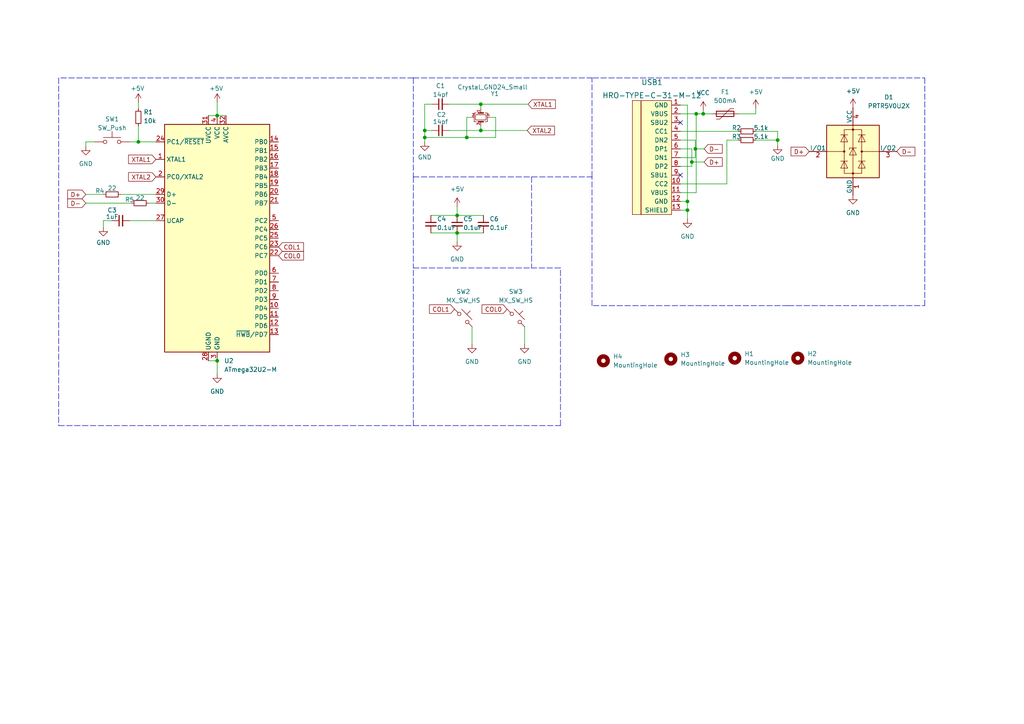
<source format=kicad_sch>
(kicad_sch (version 20211123) (generator eeschema)
  (paper "A4")
  (lib_symbols
    (symbol "Device:C_Small" (pin_numbers hide) (pin_names (offset 0.254) hide)
      (property "Reference" "C" (at 0.254 1.778 0))
      (property "Value" "C_Small" (at 0.254 -2.032 0))
      (symbol "C_Small_0_1"
        (polyline (pts (xy -1.524 -0.508) (xy 1.524 -0.508)) (stroke (width 0.3302)))
        (polyline (pts (xy -1.524 0.508) (xy 1.524 0.508)) (stroke (width 0.3048)))
      )
      (symbol "C_Small_1_1"
        (pin passive line (at 0 2.54 270) (length 2.032) (name "~") (number "1"))
        (pin passive line (at 0 -2.54 90) (length 2.032) (name "~") (number "2"))
      )
    )
    (symbol "Device:Crystal_GND24_Small" (pin_names (offset 1.016) hide)
      (property "Reference" "Y" (at 1.27 4.445 0))
      (property "Value" "Crystal_GND24_Small" (at 1.27 2.54 0))
      (symbol "Crystal_GND24_Small_0_1"
        (rectangle (start -0.762 -1.524) (end 0.762 1.524))
        (polyline (pts (xy -1.27 -0.762) (xy -1.27 0.762)) (stroke (width 0.381)))
        (polyline (pts (xy 1.27 -0.762) (xy 1.27 0.762)) (stroke (width 0.381)))
        (polyline (pts (xy -1.27 -1.27) (xy -1.27 -1.905) (xy 1.27 -1.905) (xy 1.27 -1.27)))
        (polyline (pts (xy -1.27 1.27) (xy -1.27 1.905) (xy 1.27 1.905) (xy 1.27 1.27)))
      )
      (symbol "Crystal_GND24_Small_1_1"
        (pin passive line (at -2.54 0 0) (length 1.27) (name "1") (number "1"))
        (pin passive line (at 0 -2.54 90) (length 0.635) (name "2") (number "2"))
        (pin passive line (at 2.54 0 180) (length 1.27) (name "3") (number "3"))
        (pin passive line (at 0 2.54 270) (length 0.635) (name "4") (number "4"))
      )
    )
    (symbol "Device:Polyfuse" (pin_numbers hide) (pin_names (offset 0))
      (property "Reference" "F" (at -2.54 0 90))
      (property "Value" "Polyfuse" (at 2.54 0 90))
      (symbol "Polyfuse_0_1"
        (rectangle (start -0.762 2.54) (end 0.762 -2.54) (stroke (width 0.254)))
        (polyline (pts (xy 0 2.54) (xy 0 -2.54)))
        (polyline (pts (xy -1.524 2.54) (xy -1.524 1.524) (xy 1.524 -1.524) (xy 1.524 -2.54)))
      )
      (symbol "Polyfuse_1_1"
        (pin passive line (at 0 3.81 270) (length 1.27) (name "~") (number "1"))
        (pin passive line (at 0 -3.81 90) (length 1.27) (name "~") (number "2"))
      )
    )
    (symbol "Device:R_Small" (pin_numbers hide) (pin_names (offset 0.254) hide)
      (property "Reference" "R" (at 0.762 0.508 0))
      (property "Value" "R_Small" (at 0.762 -1.016 0))
      (symbol "R_Small_0_1"
        (rectangle (start -0.762 1.778) (end 0.762 -1.778) (stroke (width 0.2032)))
      )
      (symbol "R_Small_1_1"
        (pin passive line (at 0 2.54 270) (length 0.762) (name "~") (number "1"))
        (pin passive line (at 0 -2.54 90) (length 0.762) (name "~") (number "2"))
      )
    )
    (symbol "MCU_Microchip_ATmega:ATmega32U2-M"
      (property "Reference" "U" (at -15.24 34.29 0))
      (property "Value" "ATmega32U2-M" (at 2.54 -34.29 0))
      (symbol "ATmega32U2-M_0_1"
        (rectangle (start -15.24 -33.02) (end 15.24 33.02) (stroke (width 0.254)) (fill (type background)))
      )
      (symbol "ATmega32U2-M_1_1"
        (pin input line (at -17.78 22.86 0) (length 2.54) (name "XTAL1") (number "1"))
        (pin bidirectional line (at 17.78 -20.32 180) (length 2.54) (name "PD4") (number "10"))
        (pin bidirectional line (at 17.78 -22.86 180) (length 2.54) (name "PD5") (number "11"))
        (pin bidirectional line (at 17.78 -25.4 180) (length 2.54) (name "PD6") (number "12"))
        (pin bidirectional line (at 17.78 -27.94 180) (length 2.54) (name "~{HWB}/PD7") (number "13"))
        (pin bidirectional line (at 17.78 27.94 180) (length 2.54) (name "PB0") (number "14"))
        (pin bidirectional line (at 17.78 25.4 180) (length 2.54) (name "PB1") (number "15"))
        (pin bidirectional line (at 17.78 22.86 180) (length 2.54) (name "PB2") (number "16"))
        (pin bidirectional line (at 17.78 20.32 180) (length 2.54) (name "PB3") (number "17"))
        (pin bidirectional line (at 17.78 17.78 180) (length 2.54) (name "PB4") (number "18"))
        (pin bidirectional line (at 17.78 15.24 180) (length 2.54) (name "PB5") (number "19"))
        (pin bidirectional line (at -17.78 17.78 0) (length 2.54) (name "PC0/XTAL2") (number "2"))
        (pin bidirectional line (at 17.78 12.7 180) (length 2.54) (name "PB6") (number "20"))
        (pin bidirectional line (at 17.78 10.16 180) (length 2.54) (name "PB7") (number "21"))
        (pin bidirectional line (at 17.78 -5.08 180) (length 2.54) (name "PC7") (number "22"))
        (pin bidirectional line (at 17.78 -2.54 180) (length 2.54) (name "PC6") (number "23"))
        (pin bidirectional line (at -17.78 27.94 0) (length 2.54) (name "PC1/~{RESET}") (number "24"))
        (pin bidirectional line (at 17.78 0 180) (length 2.54) (name "PC5") (number "25"))
        (pin bidirectional line (at 17.78 2.54 180) (length 2.54) (name "PC4") (number "26"))
        (pin passive line (at -17.78 5.08 0) (length 2.54) (name "UCAP") (number "27"))
        (pin power_in line (at -2.54 -35.56 90) (length 2.54) (name "UGND") (number "28"))
        (pin bidirectional line (at -17.78 12.7 0) (length 2.54) (name "D+") (number "29"))
        (pin power_in line (at 0 -35.56 90) (length 2.54) (name "GND") (number "3"))
        (pin bidirectional line (at -17.78 10.16 0) (length 2.54) (name "D-") (number "30"))
        (pin power_in line (at -2.54 35.56 270) (length 2.54) (name "UVCC") (number "31"))
        (pin power_in line (at 2.54 35.56 270) (length 2.54) (name "AVCC") (number "32"))
        (pin passive line (at 0 -35.56 90) (length 2.54) hide (name "GND") (number "33"))
        (pin power_in line (at 0 35.56 270) (length 2.54) (name "VCC") (number "4"))
        (pin bidirectional line (at 17.78 5.08 180) (length 2.54) (name "PC2") (number "5"))
        (pin bidirectional line (at 17.78 -10.16 180) (length 2.54) (name "PD0") (number "6"))
        (pin bidirectional line (at 17.78 -12.7 180) (length 2.54) (name "PD1") (number "7"))
        (pin bidirectional line (at 17.78 -15.24 180) (length 2.54) (name "PD2") (number "8"))
        (pin bidirectional line (at 17.78 -17.78 180) (length 2.54) (name "PD3") (number "9"))
      )
    )
    (symbol "Mechanical:MountingHole" (pin_names (offset 1.016))
      (property "Reference" "H" (at 0 5.08 0))
      (property "Value" "MountingHole" (at 0 3.175 0))
      (symbol "MountingHole_0_1"
        (circle (center 0 0) (radius 1.27) (stroke (width 1.27)))
      )
    )
    (symbol "Power_Protection:PRTR5V0U2X" (pin_names (offset 0))
      (property "Reference" "D" (at 2.794 8.636 0))
      (property "Value" "PRTR5V0U2X" (at 8.128 -9.398 0))
      (symbol "PRTR5V0U2X_0_1"
        (rectangle (start -7.62 -7.62) (end 7.62 7.62) (stroke (width 0.254)) (fill (type background)))
        (circle (center -2.54 0) (radius 0.254) (fill (type outline)))
        (rectangle (start -2.54 6.35) (end 2.54 -6.35))
        (circle (center 0 -6.35) (radius 0.254) (fill (type outline)))
        (polyline (pts (xy -2.54 0) (xy -7.62 0)))
        (polyline (pts (xy -1.524 -2.794) (xy -3.556 -2.794)))
        (polyline (pts (xy -1.524 4.826) (xy -3.556 4.826)))
        (polyline (pts (xy 0 -7.62) (xy 0 7.62)))
        (polyline (pts (xy 1.524 -2.794) (xy 3.556 -2.794)))
        (polyline (pts (xy 1.524 4.826) (xy 3.556 4.826)))
        (polyline (pts (xy 2.54 0) (xy 7.62 0)))
        (polyline (pts (xy 1.016 1.016) (xy -1.016 1.016) (xy -1.016 0.508)))
        (polyline (pts (xy -3.556 -4.826) (xy -1.524 -4.826) (xy -2.54 -2.794) (xy -3.556 -4.826)))
        (polyline (pts (xy -3.556 2.794) (xy -1.524 2.794) (xy -2.54 4.826) (xy -3.556 2.794)))
        (polyline (pts (xy -1.016 -1.016) (xy 1.016 -1.016) (xy 0 1.016) (xy -1.016 -1.016)))
        (polyline (pts (xy 3.556 -4.826) (xy 1.524 -4.826) (xy 2.54 -2.794) (xy 3.556 -4.826)))
        (polyline (pts (xy 3.556 2.794) (xy 1.524 2.794) (xy 2.54 4.826) (xy 3.556 2.794)))
        (circle (center 0 6.35) (radius 0.254) (fill (type outline)))
        (circle (center 2.54 0) (radius 0.254) (fill (type outline)))
      )
      (symbol "PRTR5V0U2X_1_1"
        (pin passive line (at 0 -12.7 90) (length 5.08) (name "GND") (number "1"))
        (pin passive line (at -12.7 0 0) (length 5.08) (name "I/O1") (number "2"))
        (pin passive line (at 12.7 0 180) (length 5.08) (name "I/O2") (number "3"))
        (pin passive line (at 0 12.7 270) (length 5.08) (name "VCC") (number "4"))
      )
    )
    (symbol "Switch:SW_Push" (pin_numbers hide) (pin_names (offset 1.016) hide)
      (property "Reference" "SW" (at 1.27 2.54 0))
      (property "Value" "SW_Push" (at 0 -1.524 0))
      (symbol "SW_Push_0_1"
        (circle (center -2.032 0) (radius 0.508))
        (polyline (pts (xy 0 1.27) (xy 0 3.048)))
        (polyline (pts (xy 2.54 1.27) (xy -2.54 1.27)))
        (circle (center 2.032 0) (radius 0.508))
        (pin passive line (at -5.08 0 0) (length 2.54) (name "1") (number "1"))
        (pin passive line (at 5.08 0 180) (length 2.54) (name "2") (number "2"))
      )
    )
    (symbol "Type-C:HRO-TYPE-C-31-M-12" (pin_names (offset 1.016))
      (property "Reference" "USB" (at -5.08 16.51 0))
      (property "Value" "HRO-TYPE-C-31-M-12" (at -10.16 -1.27 90))
      (symbol "HRO-TYPE-C-31-M-12_0_1"
        (rectangle (start -11.43 15.24) (end -8.89 -17.78) (fill (type background)))
        (rectangle (start 0 -17.78) (end -8.89 15.24) (fill (type background)))
      )
      (symbol "HRO-TYPE-C-31-M-12_1_1"
        (pin input line (at 2.54 13.97 180) (length 2.54) (name "GND") (number "1"))
        (pin input line (at 2.54 -8.89 180) (length 2.54) (name "CC2") (number "10"))
        (pin input line (at 2.54 -11.43 180) (length 2.54) (name "VBUS") (number "11"))
        (pin input line (at 2.54 -13.97 180) (length 2.54) (name "GND") (number "12"))
        (pin input line (at 2.54 -16.51 180) (length 2.54) (name "SHIELD") (number "13"))
        (pin input line (at 2.54 11.43 180) (length 2.54) (name "VBUS") (number "2"))
        (pin input line (at 2.54 8.89 180) (length 2.54) (name "SBU2") (number "3"))
        (pin input line (at 2.54 6.35 180) (length 2.54) (name "CC1") (number "4"))
        (pin input line (at 2.54 3.81 180) (length 2.54) (name "DN2") (number "5"))
        (pin input line (at 2.54 1.27 180) (length 2.54) (name "DP1") (number "6"))
        (pin input line (at 2.54 -1.27 180) (length 2.54) (name "DN1") (number "7"))
        (pin input line (at 2.54 -3.81 180) (length 2.54) (name "DP2") (number "8"))
        (pin input line (at 2.54 -6.35 180) (length 2.54) (name "SBU1") (number "9"))
      )
    )
    (symbol "marbastlib-mx:MX_SW_HS" (pin_numbers hide) (pin_names (offset 1.016) hide)
      (property "Reference" "SW" (at 3.048 1.016 0))
      (property "Value" "MX_SW_HS" (at 0 -3.81 0))
      (symbol "MX_SW_HS_0_1"
        (circle (center -1.1684 1.1684) (radius 0.508))
        (polyline (pts (xy -0.508 2.54) (xy 2.54 -0.508)))
        (polyline (pts (xy 1.016 1.016) (xy 2.032 2.032)))
        (polyline (pts (xy -2.54 2.54) (xy -1.524 1.524) (xy -1.524 1.524)))
        (polyline (pts (xy 1.524 -1.524) (xy 2.54 -2.54) (xy 2.54 -2.54) (xy 2.54 -2.54)))
        (circle (center 1.143 -1.1938) (radius 0.508))
        (pin passive line (at -2.54 2.54 0) (length 0) (name "1") (number "1"))
        (pin passive line (at 2.54 -2.54 180) (length 0) (name "2") (number "2"))
      )
    )
    (symbol "power:+5V" (power) (pin_names (offset 0))
      (property "Value" "+5V" (at 0 3.556 0))
      (symbol "+5V_0_1"
        (polyline (pts (xy -0.762 1.27) (xy 0 2.54)))
        (polyline (pts (xy 0 0) (xy 0 2.54)))
        (polyline (pts (xy 0 2.54) (xy 0.762 1.27)))
      )
      (symbol "+5V_1_1"
        (pin power_in line (at 0 0 90) (length 0) hide (name "+5V") (number "1"))
      )
    )
    (symbol "power:GND" (power) (pin_names (offset 0))
      (property "Value" "GND" (at 0 -3.81 0))
      (symbol "GND_0_1"
        (polyline (pts (xy 0 0) (xy 0 -1.27) (xy 1.27 -1.27) (xy 0 -2.54) (xy -1.27 -1.27) (xy 0 -1.27)))
      )
      (symbol "GND_1_1"
        (pin power_in line (at 0 0 270) (length 0) hide (name "GND") (number "1"))
      )
    )
    (symbol "power:VCC" (power) (pin_names (offset 0))
      (property "Value" "VCC" (at 0 3.81 0))
      (symbol "VCC_0_1"
        (polyline (pts (xy -0.762 1.27) (xy 0 2.54)))
        (polyline (pts (xy 0 0) (xy 0 2.54)))
        (polyline (pts (xy 0 2.54) (xy 0.762 1.27)))
      )
      (symbol "VCC_1_1"
        (pin power_in line (at 0 0 90) (length 0) hide (name "VCC") (number "1"))
      )
    )
  )
  (junction (at 199.39 60.96))
  (junction (at 203.962 33.02))
  (junction (at 132.588 67.564))
  (junction (at 199.39 58.42))
  (junction (at 200.66 46.99))
  (junction (at 225.552 40.64))
  (junction (at 62.992 33.528))
  (junction (at 135.382 39.878))
  (junction (at 201.93 33.02))
  (junction (at 123.19 39.878))
  (junction (at 139.446 30.226))
  (junction (at 123.19 37.846))
  (junction (at 139.446 37.846))
  (junction (at 201.676 43.18))
  (junction (at 40.132 41.148))
  (junction (at 132.588 62.484))
  (junction (at 62.992 104.648))
  (no_connect (at 197.358 35.56))
  (no_connect (at 197.358 50.8))
  (wire (pts (xy 197.358 33.02) (xy 201.93 33.02)))
  (wire (pts (xy 123.19 37.846) (xy 123.19 39.878)))
  (polyline (pts (xy 162.56 123.444) (xy 162.56 77.724)))
  (polyline (pts (xy 171.704 88.646) (xy 171.704 51.308)))
  (polyline (pts (xy 162.56 77.724) (xy 154.178 77.724)))
  (wire (pts (xy 201.676 43.18) (xy 201.676 45.72)))
  (wire (pts (xy 199.39 30.48) (xy 199.39 58.42)))
  (wire (pts (xy 124.968 67.564) (xy 132.588 67.564)))
  (wire (pts (xy 197.358 53.34) (xy 210.82 53.34)))
  (wire (pts (xy 123.19 30.226) (xy 123.19 37.846)))
  (wire (pts (xy 219.202 38.1) (xy 225.552 38.1)))
  (wire (pts (xy 203.962 32.004) (xy 203.962 33.02)))
  (polyline (pts (xy 268.224 22.606) (xy 268.224 67.056)))
  (polyline (pts (xy 228.6 22.606) (xy 268.224 22.606)))
  (wire (pts (xy 201.676 45.72) (xy 197.358 45.72)))
  (wire (pts (xy 214.122 33.02) (xy 219.202 33.02)))
  (wire (pts (xy 43.18 58.928) (xy 45.212 58.928)))
  (wire (pts (xy 197.358 43.18) (xy 200.66 43.18)))
  (wire (pts (xy 124.968 62.484) (xy 132.588 62.484)))
  (wire (pts (xy 197.358 55.88) (xy 201.93 55.88)))
  (wire (pts (xy 139.446 37.846) (xy 139.446 36.576)))
  (polyline (pts (xy 154.178 51.308) (xy 154.178 77.724)))
  (wire (pts (xy 139.446 37.846) (xy 152.908 37.846)))
  (wire (pts (xy 225.552 40.64) (xy 219.202 40.64)))
  (wire (pts (xy 40.132 36.576) (xy 40.132 41.148)))
  (wire (pts (xy 60.452 104.648) (xy 62.992 104.648)))
  (wire (pts (xy 132.588 62.484) (xy 140.208 62.484)))
  (polyline (pts (xy 119.888 22.606) (xy 171.704 22.606)))
  (polyline (pts (xy 119.888 77.724) (xy 154.178 77.724)))
  (wire (pts (xy 136.906 34.036) (xy 135.382 34.036)))
  (wire (pts (xy 143.764 34.036) (xy 143.764 39.878)))
  (wire (pts (xy 225.552 40.64) (xy 225.552 42.164)))
  (wire (pts (xy 197.358 38.1) (xy 214.122 38.1)))
  (wire (pts (xy 60.452 33.528) (xy 62.992 33.528)))
  (wire (pts (xy 24.892 58.928) (xy 38.1 58.928)))
  (wire (pts (xy 197.358 40.64) (xy 201.676 40.64)))
  (wire (pts (xy 201.676 43.18) (xy 204.216 43.18)))
  (wire (pts (xy 130.302 37.846) (xy 139.446 37.846)))
  (wire (pts (xy 200.66 46.99) (xy 204.216 46.99)))
  (polyline (pts (xy 119.888 123.444) (xy 119.888 77.724)))
  (wire (pts (xy 40.132 29.718) (xy 40.132 31.496)))
  (wire (pts (xy 40.132 41.148) (xy 45.212 41.148)))
  (wire (pts (xy 132.588 59.944) (xy 132.588 62.484)))
  (wire (pts (xy 203.962 33.02) (xy 206.502 33.02)))
  (wire (pts (xy 24.892 56.388) (xy 29.972 56.388)))
  (polyline (pts (xy 119.888 22.606) (xy 119.888 51.308)))
  (wire (pts (xy 135.382 39.878) (xy 143.764 39.878)))
  (polyline (pts (xy 119.888 123.444) (xy 162.56 123.444)))
  (wire (pts (xy 201.93 33.02) (xy 201.93 55.88)))
  (wire (pts (xy 29.972 64.008) (xy 29.972 65.913)))
  (wire (pts (xy 141.986 34.036) (xy 143.764 34.036)))
  (wire (pts (xy 199.39 58.42) (xy 197.358 58.42)))
  (polyline (pts (xy 228.6 88.646) (xy 171.704 88.646)))
  (polyline (pts (xy 268.224 88.646) (xy 268.224 67.056)))
  (wire (pts (xy 199.39 60.96) (xy 199.39 63.5)))
  (wire (pts (xy 35.052 56.388) (xy 45.212 56.388)))
  (wire (pts (xy 219.202 33.02) (xy 219.202 31.496)))
  (wire (pts (xy 24.892 41.148) (xy 24.892 42.418)))
  (wire (pts (xy 225.552 38.1) (xy 225.552 40.64)))
  (polyline (pts (xy 17.018 123.444) (xy 119.888 123.444)))
  (wire (pts (xy 201.93 33.02) (xy 203.962 33.02)))
  (wire (pts (xy 199.39 60.96) (xy 199.39 58.42)))
  (wire (pts (xy 125.222 30.226) (xy 123.19 30.226)))
  (wire (pts (xy 197.358 60.96) (xy 199.39 60.96)))
  (wire (pts (xy 210.82 40.64) (xy 214.122 40.64)))
  (wire (pts (xy 200.66 43.18) (xy 200.66 46.99)))
  (wire (pts (xy 130.302 30.226) (xy 139.446 30.226)))
  (wire (pts (xy 200.66 48.26) (xy 197.358 48.26)))
  (wire (pts (xy 132.588 67.564) (xy 132.588 70.104)))
  (wire (pts (xy 201.676 40.64) (xy 201.676 43.18)))
  (wire (pts (xy 200.66 46.99) (xy 200.66 48.26)))
  (wire (pts (xy 37.592 64.008) (xy 45.212 64.008)))
  (polyline (pts (xy 119.888 22.606) (xy 17.018 22.606)))
  (polyline (pts (xy 17.018 22.606) (xy 17.018 123.444)))
  (polyline (pts (xy 119.888 51.308) (xy 119.888 77.724)))
  (wire (pts (xy 37.592 41.148) (xy 40.132 41.148)))
  (wire (pts (xy 32.512 64.008) (xy 29.972 64.008)))
  (polyline (pts (xy 171.958 22.606) (xy 228.6 22.606)))
  (wire (pts (xy 62.992 29.718) (xy 62.992 33.528)))
  (wire (pts (xy 197.358 30.48) (xy 199.39 30.48)))
  (wire (pts (xy 132.588 67.564) (xy 140.208 67.564)))
  (wire (pts (xy 62.992 104.648) (xy 62.992 108.458)))
  (polyline (pts (xy 228.6 88.646) (xy 268.224 88.646)))
  (wire (pts (xy 135.382 34.036) (xy 135.382 39.878)))
  (wire (pts (xy 123.19 39.878) (xy 135.382 39.878)))
  (wire (pts (xy 123.19 37.846) (xy 125.222 37.846)))
  (wire (pts (xy 123.19 39.878) (xy 123.19 41.148)))
  (polyline (pts (xy 171.704 51.308) (xy 171.704 22.606)))
  (wire (pts (xy 139.446 30.226) (xy 153.162 30.226)))
  (polyline (pts (xy 119.888 51.308) (xy 171.704 51.308)))
  (wire (pts (xy 136.906 94.742) (xy 136.906 99.822)))
  (wire (pts (xy 62.992 33.528) (xy 65.532 33.528)))
  (wire (pts (xy 152.146 94.742) (xy 152.146 99.822)))
  (wire (pts (xy 139.446 31.496) (xy 139.446 30.226)))
  (wire (pts (xy 210.82 53.34) (xy 210.82 40.64)))
  (wire (pts (xy 27.432 41.148) (xy 24.892 41.148)))
  (global_label "XTAL2" (shape input) (at 45.212 51.308 180) (property "Intersheet References" "${INTERSHEET_REFS}" (effects hide)))
  (global_label "D+" (shape input) (at 24.892 56.388 180) (property "Intersheet References" "${INTERSHEET_REFS}" (effects hide)))
  (global_label "COL1" (shape input) (at 80.772 71.628 0) (property "Intersheet References" "${INTERSHEET_REFS}" (effects hide)))
  (global_label "COL0" (shape input) (at 80.772 74.168 0) (property "Intersheet References" "${INTERSHEET_REFS}" (effects hide)))
  (global_label "XTAL1" (shape input) (at 45.212 46.228 180) (property "Intersheet References" "${INTERSHEET_REFS}" (effects hide)))
  (global_label "COL1" (shape input) (at 131.826 89.662 180) (property "Intersheet References" "${INTERSHEET_REFS}" (effects hide)))
  (global_label "D+" (shape input) (at 204.216 46.99 0) (property "Intersheet References" "${INTERSHEET_REFS}" (effects hide)))
  (global_label "D+" (shape input) (at 234.696 43.942 180) (property "Intersheet References" "${INTERSHEET_REFS}" (effects hide)))
  (global_label "D-" (shape input) (at 204.216 43.18 0) (property "Intersheet References" "${INTERSHEET_REFS}" (effects hide)))
  (global_label "D-" (shape input) (at 260.096 43.942 0) (property "Intersheet References" "${INTERSHEET_REFS}" (effects hide)))
  (global_label "XTAL2" (shape input) (at 152.908 37.846 0) (property "Intersheet References" "${INTERSHEET_REFS}" (effects hide)))
  (global_label "XTAL1" (shape input) (at 153.162 30.226 0) (property "Intersheet References" "${INTERSHEET_REFS}" (effects hide)))
  (global_label "D-" (shape input) (at 24.892 58.928 180) (property "Intersheet References" "${INTERSHEET_REFS}" (effects hide)))
  (global_label "COL0" (shape input) (at 147.066 89.662 180) (property "Intersheet References" "${INTERSHEET_REFS}" (effects hide)))
  (symbol (lib_id "Device:R_Small") (at 40.64 58.928 90) (unit 1)
    (property "Reference" "R5" (at 37.592 57.912 90))
    (property "Value" "22" (at 40.64 57.404 90))
    (property "Footprint" "Resistor_SMD:R_0402_1005Metric_Pad0.72x0.64mm_HandSolder" (effects hide))
  )
  (symbol (lib_id "Mechanical:MountingHole") (at 213.106 103.886 0) (unit 1)
    (property "Reference" "H1" (at 215.9 102.6159 0) (effects (justify left)))
    (property "Value" "MountingHole" (at 215.9 105.1559 0) (effects (justify left)))
    (property "Footprint" "random-keyboard-parts:Generic-Mounthole" (effects hide))
  )
  (symbol (lib_id "Power_Protection:PRTR5V0U2X") (at 247.396 43.942 0) (unit 1)
    (property "Reference" "D1" (at 257.81 28.194 0))
    (property "Value" "PRTR5V0U2X" (at 257.81 30.734 0))
    (property "Footprint" "Package_TO_SOT_SMD:SOT-143" (effects hide))
    (property "Datasheet" "https://assets.nexperia.com/documents/data-sheet/PRTR5V0U2X.pdf" (effects hide))
  )
  (symbol (lib_id "power:GND") (at 247.396 56.642 0) (unit 1)
    (property "Reference" "#PWR0115" (effects hide))
    (property "Value" "GND" (at 247.396 61.722 0))
  )
  (symbol (lib_id "Device:R_Small") (at 32.512 56.388 90) (unit 1)
    (property "Reference" "R4" (at 28.956 55.372 90))
    (property "Value" "22" (at 32.512 54.61 90))
    (property "Footprint" "Resistor_SMD:R_0402_1005Metric_Pad0.72x0.64mm_HandSolder" (effects hide))
  )
  (symbol (lib_id "power:GND") (at 225.552 42.164 0) (unit 1)
    (property "Reference" "#PWR0112" (effects hide))
    (property "Value" "GND" (at 225.552 45.974 0))
  )
  (symbol (lib_id "power:+5V") (at 247.396 31.242 0) (unit 1)
    (property "Reference" "#PWR0116" (effects hide))
    (property "Value" "+5V" (at 247.396 26.416 0))
  )
  (symbol (lib_id "Switch:SW_Push") (at 32.512 41.148 0) (unit 1)
    (property "Reference" "SW1" (at 32.512 34.544 0))
    (property "Value" "SW_Push" (at 32.512 37.084 0))
    (property "Footprint" "Button_Switch_SMD:SW_SPST_SKQG_WithStem" (effects hide))
  )
  (symbol (lib_id "Device:C_Small") (at 124.968 65.024 0) (unit 1)
    (property "Reference" "C4" (at 126.746 63.5 0) (effects (justify left)))
    (property "Value" "0.1uF" (at 126.746 66.04 0) (effects (justify left)))
    (property "Footprint" "Capacitor_SMD:C_0402_1005Metric_Pad0.74x0.62mm_HandSolder" (effects hide))
  )
  (symbol (lib_id "MCU_Microchip_ATmega:ATmega32U2-M") (at 62.992 69.088 0) (unit 1)
    (property "Reference" "U2" (at 65.0114 104.648 0) (effects (justify left)))
    (property "Value" "ATmega32U2-M" (at 65.0114 107.188 0) (effects (justify left)))
    (property "Footprint" "Package_DFN_QFN:QFN-32-1EP_5x5mm_P0.5mm_EP3.1x3.1mm" (effects hide))
    (property "Datasheet" "http://ww1.microchip.com/downloads/en/DeviceDoc/doc7799.pdf" (effects hide))
  )
  (symbol (lib_id "power:+5V") (at 132.588 59.944 0) (unit 1)
    (property "Reference" "#PWR0107" (effects hide))
    (property "Value" "+5V" (at 132.588 54.864 0))
  )
  (symbol (lib_id "Mechanical:MountingHole") (at 194.564 104.14 0) (unit 1)
    (property "Reference" "H3" (at 197.358 102.8699 0) (effects (justify left)))
    (property "Value" "MountingHole" (at 197.358 105.4099 0) (effects (justify left)))
    (property "Footprint" "random-keyboard-parts:Generic-Mounthole" (effects hide))
  )
  (symbol (lib_id "Device:R_Small") (at 216.662 40.64 90) (unit 1)
    (property "Reference" "R3" (at 213.614 39.624 90))
    (property "Value" "5.1k" (at 220.726 39.624 90))
    (property "Footprint" "Resistor_SMD:R_0402_1005Metric_Pad0.72x0.64mm_HandSolder" (effects hide))
  )
  (symbol (lib_id "Device:C_Small") (at 35.052 64.008 90) (unit 1)
    (property "Reference" "C3" (at 32.512 60.96 90))
    (property "Value" "1uF" (at 32.512 62.865 90))
    (property "Footprint" "Capacitor_SMD:C_0402_1005Metric_Pad0.74x0.62mm_HandSolder" (effects hide))
  )
  (symbol (lib_id "power:GND") (at 132.588 70.104 0) (unit 1)
    (property "Reference" "#PWR0106" (effects hide))
    (property "Value" "GND" (at 132.588 75.184 0))
  )
  (symbol (lib_id "Device:Crystal_GND24_Small") (at 139.446 34.036 270) (unit 1)
    (property "Reference" "Y1" (at 143.51 27.178 90))
    (property "Value" "Crystal_GND24_Small" (at 142.875 25.273 90))
    (property "Footprint" "Crystal:Crystal_SMD_3225-4Pin_3.2x2.5mm_HandSoldering" (effects hide))
  )
  (symbol (lib_id "power:+5V") (at 219.202 31.496 0) (unit 1)
    (property "Reference" "#PWR0114" (effects hide))
    (property "Value" "+5V" (at 219.202 26.67 0))
  )
  (symbol (lib_id "power:GND") (at 123.19 41.148 0) (unit 1)
    (property "Reference" "#PWR0108" (effects hide))
    (property "Value" "GND" (at 123.19 45.593 0))
  )
  (symbol (lib_id "marbastlib-mx:MX_SW_HS") (at 134.366 92.202 0) (unit 1)
    (property "Reference" "SW2" (at 134.366 84.582 0))
    (property "Value" "MX_SW_HS" (at 134.366 87.122 0))
    (property "Footprint" "marbastlib-mx:SW_MX_HS_1u" (effects hide))
  )
  (symbol (lib_id "power:+5V") (at 62.992 29.718 0) (unit 1)
    (property "Reference" "#PWR0103" (effects hide))
    (property "Value" "+5V" (at 62.738 25.654 0))
  )
  (symbol (lib_id "Device:C_Small") (at 132.588 65.024 0) (unit 1)
    (property "Reference" "C5" (at 134.366 63.5 0) (effects (justify left)))
    (property "Value" "0.1uF" (at 134.366 66.04 0) (effects (justify left)))
    (property "Footprint" "Capacitor_SMD:C_0402_1005Metric_Pad0.74x0.62mm_HandSolder" (effects hide))
  )
  (symbol (lib_id "Mechanical:MountingHole") (at 231.394 103.886 0) (unit 1)
    (property "Reference" "H2" (at 234.188 102.6159 0) (effects (justify left)))
    (property "Value" "MountingHole" (at 234.188 105.1559 0) (effects (justify left)))
    (property "Footprint" "random-keyboard-parts:Generic-Mounthole" (effects hide))
  )
  (symbol (lib_id "Device:C_Small") (at 127.762 37.846 90) (unit 1)
    (property "Reference" "C2" (at 128.016 33.274 90))
    (property "Value" "14pf" (at 127.762 35.306 90))
    (property "Footprint" "Capacitor_SMD:C_0402_1005Metric_Pad0.74x0.62mm_HandSolder" (effects hide))
  )
  (symbol (lib_id "power:GND") (at 136.906 99.822 0) (unit 1)
    (property "Reference" "#PWR0109" (effects hide))
    (property "Value" "GND" (at 136.906 104.902 0))
  )
  (symbol (lib_id "Type-C:HRO-TYPE-C-31-M-12") (at 194.818 44.45 0) (unit 1)
    (property "Reference" "USB1" (at 189.103 23.876 0) (effects (font (size 1.524 1.524))))
    (property "Value" "HRO-TYPE-C-31-M-12" (at 189.103 27.686 0) (effects (font (size 1.524 1.524))))
    (property "Footprint" "Type-C:HRO-TYPE-C-31-M-12-HandSoldering" (effects hide))
  )
  (symbol (lib_id "Device:Polyfuse") (at 210.312 33.02 90) (unit 1)
    (property "Reference" "F1" (at 210.312 26.67 90))
    (property "Value" "500mA" (at 210.312 29.21 90))
    (property "Footprint" "Fuse:Fuse_0402_1005Metric" (effects hide))
  )
  (symbol (lib_id "marbastlib-mx:MX_SW_HS") (at 149.606 92.202 0) (unit 1)
    (property "Reference" "SW3" (at 149.606 84.582 0))
    (property "Value" "MX_SW_HS" (at 149.606 87.122 0))
    (property "Footprint" "marbastlib-mx:SW_MX_HS_1u" (effects hide))
  )
  (symbol (lib_id "power:GND") (at 29.972 65.913 0) (unit 1)
    (property "Reference" "#PWR0102" (effects hide))
    (property "Value" "GND" (at 29.972 70.358 0))
  )
  (symbol (lib_id "Device:C_Small") (at 140.208 65.024 0) (unit 1)
    (property "Reference" "C6" (at 141.986 63.5 0) (effects (justify left)))
    (property "Value" "0.1uF" (at 141.986 66.04 0) (effects (justify left)))
    (property "Footprint" "Capacitor_SMD:C_0402_1005Metric_Pad0.74x0.62mm_HandSolder" (effects hide))
  )
  (symbol (lib_id "power:GND") (at 62.992 108.458 0) (unit 1)
    (property "Reference" "#PWR0101" (effects hide))
    (property "Value" "GND" (at 62.992 113.538 0))
  )
  (symbol (lib_id "power:+5V") (at 40.132 29.718 0) (unit 1)
    (property "Reference" "#PWR0104" (effects hide))
    (property "Value" "+5V" (at 39.878 25.654 0))
  )
  (symbol (lib_id "Mechanical:MountingHole") (at 175.006 104.648 0) (unit 1)
    (property "Reference" "H4" (at 177.8 103.3779 0) (effects (justify left)))
    (property "Value" "MountingHole" (at 177.8 105.9179 0) (effects (justify left)))
    (property "Footprint" "random-keyboard-parts:Generic-Mounthole" (effects hide))
  )
  (symbol (lib_id "Device:R_Small") (at 40.132 34.036 0) (unit 1)
    (property "Reference" "R1" (at 41.656 32.512 0) (effects (justify left)))
    (property "Value" "10k" (at 41.656 35.052 0) (effects (justify left)))
    (property "Footprint" "Resistor_SMD:R_0402_1005Metric_Pad0.72x0.64mm_HandSolder" (effects hide))
  )
  (symbol (lib_id "power:GND") (at 152.146 99.822 0) (unit 1)
    (property "Reference" "#PWR0110" (effects hide))
    (property "Value" "GND" (at 152.146 104.902 0))
  )
  (symbol (lib_id "power:GND") (at 24.892 42.418 0) (unit 1)
    (property "Reference" "#PWR0105" (effects hide))
    (property "Value" "GND" (at 24.892 47.498 0))
  )
  (symbol (lib_id "power:GND") (at 199.39 63.5 0) (unit 1)
    (property "Reference" "#PWR0113" (effects hide))
    (property "Value" "GND" (at 199.39 68.58 0))
  )
  (symbol (lib_id "power:VCC") (at 203.962 32.004 0) (unit 1)
    (property "Reference" "#PWR0111" (effects hide))
    (property "Value" "VCC" (at 203.962 26.924 0))
  )
  (symbol (lib_id "Device:R_Small") (at 216.662 38.1 90) (unit 1)
    (property "Reference" "R2" (at 213.614 37.084 90))
    (property "Value" "5.1k" (at 220.726 37.084 90))
    (property "Footprint" "Resistor_SMD:R_0402_1005Metric_Pad0.72x0.64mm_HandSolder" (effects hide))
  )
  (symbol (lib_id "Device:C_Small") (at 127.762 30.226 90) (unit 1)
    (property "Reference" "C1" (at 127.762 24.892 90))
    (property "Value" "14pf" (at 127.762 27.432 90))
    (property "Footprint" "Capacitor_SMD:C_0402_1005Metric_Pad0.74x0.62mm_HandSolder" (effects hide))
  )
)
</source>
